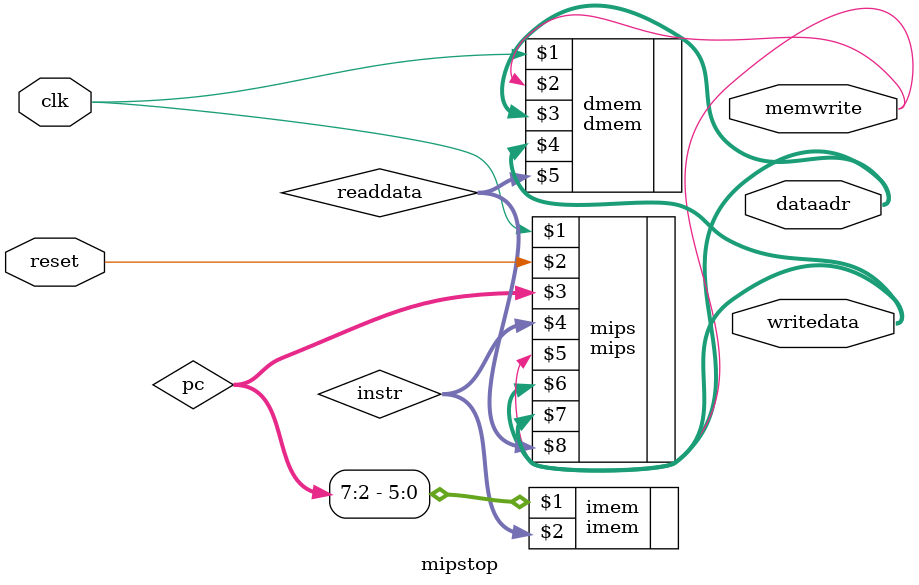
<source format=sv>

module mipstop(input  logic       clk, reset, 
           output logic [31:0] writedata, dataadr, 
           output logic       memwrite);

  logic [31:0] pc, instr, readdata;
  
  // instantiate processor and memories

  mips mips(clk, reset, pc, instr, memwrite, dataadr, writedata, readdata);

  imem imem(pc[7:2], instr);

  dmem dmem(clk, memwrite, dataadr, writedata, readdata);

endmodule

</source>
